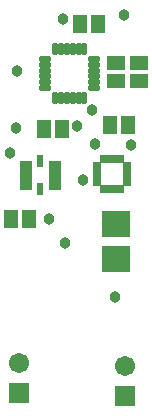
<source format=gts>
%FSAX24Y24*%
%MOIN*%
G70*
G01*
G75*
G04 Layer_Color=8388736*
%ADD10R,0.0126X0.0354*%
%ADD11R,0.0315X0.0126*%
%ADD12R,0.0118X0.0177*%
%ADD13R,0.0177X0.0118*%
%ADD14O,0.0118X0.0354*%
%ADD15O,0.0354X0.0118*%
%ADD16R,0.0866X0.0787*%
%ADD17R,0.0433X0.0551*%
%ADD18R,0.0551X0.0433*%
%ADD19C,0.0100*%
%ADD20C,0.0080*%
%ADD21C,0.0591*%
%ADD22R,0.0591X0.0591*%
%ADD23C,0.0300*%
%ADD24C,0.0098*%
%ADD25C,0.0079*%
%ADD26R,0.0206X0.0434*%
%ADD27R,0.0395X0.0206*%
%ADD28R,0.0198X0.0257*%
%ADD29R,0.0257X0.0198*%
%ADD30O,0.0198X0.0434*%
%ADD31O,0.0434X0.0198*%
%ADD32R,0.0946X0.0867*%
%ADD33R,0.0513X0.0631*%
%ADD34R,0.0631X0.0513*%
%ADD35C,0.0671*%
%ADD36R,0.0671X0.0671*%
%ADD37C,0.0380*%
D26*
X022072Y038234D02*
D03*
Y039179D02*
D03*
D27*
X022545Y039100D02*
D03*
Y038903D02*
D03*
Y038706D02*
D03*
Y038509D02*
D03*
Y038313D02*
D03*
X021600Y039100D02*
D03*
Y038903D02*
D03*
Y038706D02*
D03*
Y038509D02*
D03*
Y038313D02*
D03*
D28*
X024157Y039257D02*
D03*
X024354D02*
D03*
X024550D02*
D03*
X024747D02*
D03*
Y038253D02*
D03*
X024550D02*
D03*
X024354D02*
D03*
X024157D02*
D03*
D29*
X024954Y039050D02*
D03*
Y038853D02*
D03*
Y038656D02*
D03*
Y038459D02*
D03*
X023950D02*
D03*
Y038656D02*
D03*
Y038853D02*
D03*
Y039050D02*
D03*
D30*
X022558Y042907D02*
D03*
X022755D02*
D03*
X022952D02*
D03*
X023148D02*
D03*
X023345D02*
D03*
X023542D02*
D03*
Y041293D02*
D03*
X023345D02*
D03*
X023148D02*
D03*
X022952D02*
D03*
X022755D02*
D03*
X022558D02*
D03*
D31*
X023857Y042592D02*
D03*
Y042395D02*
D03*
Y042198D02*
D03*
Y042002D02*
D03*
Y041805D02*
D03*
Y041608D02*
D03*
X022243D02*
D03*
Y041805D02*
D03*
Y042002D02*
D03*
Y042198D02*
D03*
Y042395D02*
D03*
Y042592D02*
D03*
D32*
X024600Y037091D02*
D03*
Y035909D02*
D03*
D33*
X021695Y037250D02*
D03*
X021105D02*
D03*
X022795Y040250D02*
D03*
X022205D02*
D03*
X024405Y040400D02*
D03*
X024995D02*
D03*
X023995Y043750D02*
D03*
X023405D02*
D03*
D34*
X025350Y042445D02*
D03*
Y041855D02*
D03*
X024600Y042445D02*
D03*
Y041855D02*
D03*
D35*
X024900Y032350D02*
D03*
X021350Y032450D02*
D03*
D36*
X024900Y031350D02*
D03*
X021350Y031450D02*
D03*
D37*
X023800Y040900D02*
D03*
X023300Y040350D02*
D03*
X025095Y039729D02*
D03*
X021050Y039450D02*
D03*
X023505Y038559D02*
D03*
X022819Y043919D02*
D03*
X023900Y039750D02*
D03*
X024850Y044050D02*
D03*
X022350Y037250D02*
D03*
X024550Y034650D02*
D03*
X022900Y036450D02*
D03*
X021250Y040300D02*
D03*
X021300Y042200D02*
D03*
M02*

</source>
